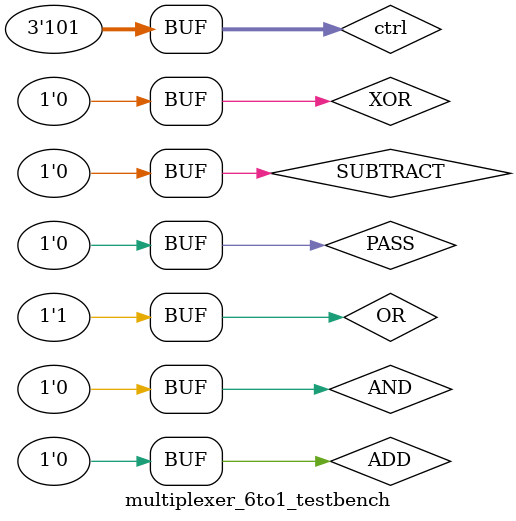
<source format=sv>
`timescale 1ps/1ps
module multiplexer_6to1 (PASS, ADD, SUBTRACT, XOR, AND, OR, ctrl, out);
	input logic PASS, ADD, SUBTRACT, XOR, AND, OR;
	input logic [2:0] ctrl;
	output logic out;
	
	logic out1, out2, out3, out4;
	
	multiplexer m1 (.a(PASS), .b(AND), .s(ctrl[2]), .y(out1));
	multiplexer m2 (.a(ADD), .b(XOR), .s(ctrl[2]), .y(out2));
	multiplexer m3 (.a(SUBTRACT), .b(OR), .s(ctrl[2]), .y(out3));
	multiplexer m4 (.a(out1), .b(out2), .s(ctrl[1]), .y(out4));
	multiplexer m5 (.a(out4), .b(out3), .s(ctrl[0]), .y(out));
endmodule

module multiplexer_6to1_testbench();
	logic PASS, ADD, SUBTRACT, XOR, AND, OR;
	logic [2:0] ctrl;
	logic out;
	
	multiplexer_6to1 dut (.PASS, .ADD, .SUBTRACT, .XOR, .AND, .OR, .ctrl, .out);
	
	// a = pass
	// b = +
	// c = -
	// d = xor
	// e = &
	// f = |
	initial begin
		{PASS, ADD, SUBTRACT, XOR, AND, OR} = 6'b100000; ctrl = 3'b000; #1000;
		{PASS, ADD, SUBTRACT, XOR, AND, OR} = 6'b010000; ctrl = 3'b010; #1000;
		{PASS, ADD, SUBTRACT, XOR, AND, OR} = 6'b001000; ctrl = 3'b011; #1000;
		{PASS, ADD, SUBTRACT, XOR, AND, OR} = 6'b000100; ctrl = 3'b110; #1000;
		{PASS, ADD, SUBTRACT, XOR, AND, OR} = 6'b000010; ctrl = 3'b100; #1000;
		{PASS, ADD, SUBTRACT, XOR, AND, OR} = 6'b000001; ctrl = 3'b101; #1000;
	end
endmodule

</source>
